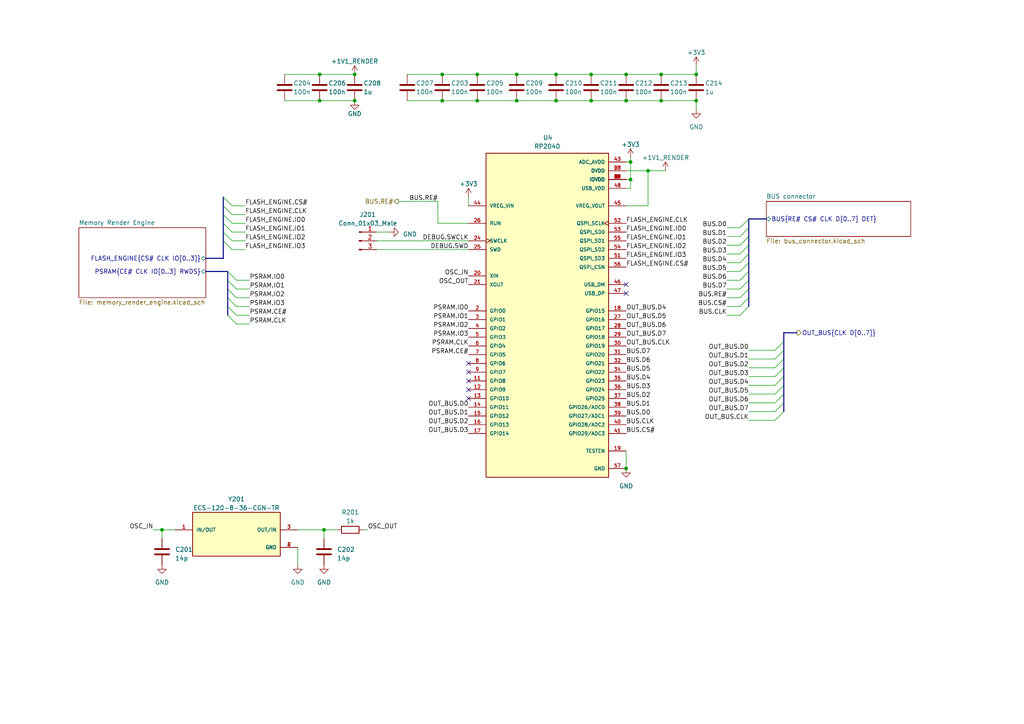
<source format=kicad_sch>
(kicad_sch (version 20221206) (generator eeschema)
  (paper "A4")
  (lib_symbols
    (symbol "Connector:Conn_01x03_Male" (pin_names (offset 1.016) hide)
      (property "Reference" "J" (at 0 5.08 0))
      (property "Value" "Conn_01x03_Male" (at 0 -5.08 0))
      (symbol "Conn_01x03_Male_1_1"
        (polyline (pts (xy 1.27 -2.54) (xy 0.8636 -2.54)) (stroke (width 0.1524)))
        (polyline (pts (xy 1.27 0) (xy 0.8636 0)) (stroke (width 0.1524)))
        (polyline (pts (xy 1.27 2.54) (xy 0.8636 2.54)) (stroke (width 0.1524)))
        (rectangle (start 0.8636 -2.413) (end 0 -2.667) (stroke (width 0.1524)) (fill (type outline)))
        (rectangle (start 0.8636 0.127) (end 0 -0.127) (stroke (width 0.1524)) (fill (type outline)))
        (rectangle (start 0.8636 2.667) (end 0 2.413) (stroke (width 0.1524)) (fill (type outline)))
        (pin passive line (at 5.08 2.54 180) (length 3.81) (name "Pin_1") (number "1"))
        (pin passive line (at 5.08 0 180) (length 3.81) (name "Pin_2") (number "2"))
        (pin passive line (at 5.08 -2.54 180) (length 3.81) (name "Pin_3") (number "3"))
      )
    )
    (symbol "Device:C" (pin_numbers hide) (pin_names (offset 0.254))
      (property "Reference" "C" (at 0.635 2.54 0))
      (property "Value" "C" (at 0.635 -2.54 0))
      (symbol "C_0_1"
        (polyline (pts (xy -2.032 -0.762) (xy 2.032 -0.762)) (stroke (width 0.508)))
        (polyline (pts (xy -2.032 0.762) (xy 2.032 0.762)) (stroke (width 0.508)))
      )
      (symbol "C_1_1"
        (pin passive line (at 0 3.81 270) (length 2.794) (name "~") (number "1"))
        (pin passive line (at 0 -3.81 90) (length 2.794) (name "~") (number "2"))
      )
    )
    (symbol "Device:R" (pin_numbers hide) (pin_names (offset 0))
      (property "Reference" "R" (at 2.032 0 90))
      (property "Value" "R" (at 0 0 90))
      (symbol "R_0_1"
        (rectangle (start -1.016 -2.54) (end 1.016 2.54) (stroke (width 0.254)))
      )
      (symbol "R_1_1"
        (pin passive line (at 0 3.81 270) (length 1.27) (name "~") (number "1"))
        (pin passive line (at 0 -3.81 90) (length 1.27) (name "~") (number "2"))
      )
    )
    (symbol "ECS-120-8-36-CGN-TR:ECS-120-8-36-CGN-TR" (pin_names (offset 1.016))
      (property "Reference" "Y" (at -12.7254 7.6454 0))
      (property "Value" "ECS-120-8-36-CGN-TR" (at -12.7 -7.62 0))
      (symbol "ECS-120-8-36-CGN-TR_0_0"
        (rectangle (start -12.7 -5.08) (end 12.7 7.62) (stroke (width 0.254)) (fill (type background)))
        (pin bidirectional line (at -17.78 2.54 0) (length 5.08) (name "IN/OUT") (number "1"))
        (pin power_in line (at 17.78 -2.54 180) (length 5.08) (name "GND") (number "2"))
        (pin bidirectional line (at 17.78 2.54 180) (length 5.08) (name "OUT/IN") (number "3"))
        (pin power_in line (at 17.78 -2.54 180) (length 5.08) (name "GND") (number "4"))
      )
    )
    (symbol "RP2040:RP2040" (pin_names (offset 1.016))
      (property "Reference" "U" (at -1.27 52.07 0))
      (property "Value" "RP2040" (at -3.81 49.53 0))
      (symbol "RP2040_0_0"
        (rectangle (start -17.78 -45.72) (end 17.78 48.26) (stroke (width 0.254)) (fill (type background)))
        (pin power_in line (at 22.86 40.64 180) (length 5.08) (name "IOVDD") (number "1"))
        (pin power_in line (at 22.86 40.64 180) (length 5.08) (name "IOVDD") (number "10"))
        (pin bidirectional line (at -22.86 -17.78 0) (length 5.08) (name "GPIO8") (number "11"))
        (pin bidirectional line (at -22.86 -20.32 0) (length 5.08) (name "GPIO9") (number "12"))
        (pin bidirectional line (at -22.86 -22.86 0) (length 5.08) (name "GPIO10") (number "13"))
        (pin bidirectional line (at -22.86 -25.4 0) (length 5.08) (name "GPIO11") (number "14"))
        (pin bidirectional line (at -22.86 -27.94 0) (length 5.08) (name "GPIO12") (number "15"))
        (pin bidirectional line (at -22.86 -30.48 0) (length 5.08) (name "GPIO13") (number "16"))
        (pin bidirectional line (at -22.86 -33.02 0) (length 5.08) (name "GPIO14") (number "17"))
        (pin bidirectional line (at 22.86 2.54 180) (length 5.08) (name "GPIO15") (number "18"))
        (pin passive line (at 22.86 -38.1 180) (length 5.08) (name "TESTEN") (number "19"))
        (pin bidirectional line (at -22.86 2.54 0) (length 5.08) (name "GPIO0") (number "2"))
        (pin input line (at -22.86 12.7 0) (length 5.08) (name "XIN") (number "20"))
        (pin output line (at -22.86 10.16 0) (length 5.08) (name "XOUT") (number "21"))
        (pin power_in line (at 22.86 40.64 180) (length 5.08) (name "IOVDD") (number "22"))
        (pin power_in line (at 22.86 43.18 180) (length 5.08) (name "DVDD") (number "23"))
        (pin input clock (at -22.86 22.86 0) (length 5.08) (name "SWCLK") (number "24"))
        (pin bidirectional line (at -22.86 20.32 0) (length 5.08) (name "SWD") (number "25"))
        (pin input line (at -22.86 27.94 0) (length 5.08) (name "RUN") (number "26"))
        (pin bidirectional line (at 22.86 0 180) (length 5.08) (name "GPIO16") (number "27"))
        (pin bidirectional line (at 22.86 -2.54 180) (length 5.08) (name "GPIO17") (number "28"))
        (pin bidirectional line (at 22.86 -5.08 180) (length 5.08) (name "GPIO18") (number "29"))
        (pin bidirectional line (at -22.86 0 0) (length 5.08) (name "GPIO1") (number "3"))
        (pin bidirectional line (at 22.86 -7.62 180) (length 5.08) (name "GPIO19") (number "30"))
        (pin bidirectional line (at 22.86 -10.16 180) (length 5.08) (name "GPIO20") (number "31"))
        (pin bidirectional line (at 22.86 -12.7 180) (length 5.08) (name "GPIO21") (number "32"))
        (pin power_in line (at 22.86 40.64 180) (length 5.08) (name "IOVDD") (number "33"))
        (pin bidirectional line (at 22.86 -15.24 180) (length 5.08) (name "GPIO22") (number "34"))
        (pin bidirectional line (at 22.86 -17.78 180) (length 5.08) (name "GPIO23") (number "35"))
        (pin bidirectional line (at 22.86 -20.32 180) (length 5.08) (name "GPIO24") (number "36"))
        (pin bidirectional line (at 22.86 -22.86 180) (length 5.08) (name "GPIO25") (number "37"))
        (pin bidirectional line (at 22.86 -25.4 180) (length 5.08) (name "GPIO26/ADC0") (number "38"))
        (pin bidirectional line (at 22.86 -27.94 180) (length 5.08) (name "GPIO27/ADC1") (number "39"))
        (pin bidirectional line (at -22.86 -2.54 0) (length 5.08) (name "GPIO2") (number "4"))
        (pin bidirectional line (at 22.86 -30.48 180) (length 5.08) (name "GPIO28/ADC2") (number "40"))
        (pin bidirectional line (at 22.86 -33.02 180) (length 5.08) (name "GPIO29/ADC3") (number "41"))
        (pin power_in line (at 22.86 40.64 180) (length 5.08) (name "IOVDD") (number "42"))
        (pin power_in line (at 22.86 45.72 180) (length 5.08) (name "ADC_AVDD") (number "43"))
        (pin input line (at -22.86 33.02 0) (length 5.08) (name "VREG_VIN") (number "44"))
        (pin power_out line (at 22.86 33.02 180) (length 5.08) (name "VREG_VOUT") (number "45"))
        (pin bidirectional line (at 22.86 10.16 180) (length 5.08) (name "USB_DM") (number "46"))
        (pin bidirectional line (at 22.86 7.62 180) (length 5.08) (name "USB_DP") (number "47"))
        (pin power_in line (at 22.86 38.1 180) (length 5.08) (name "USB_VDD") (number "48"))
        (pin power_in line (at 22.86 40.64 180) (length 5.08) (name "IOVDD") (number "49"))
        (pin bidirectional line (at -22.86 -5.08 0) (length 5.08) (name "GPIO3") (number "5"))
        (pin power_in line (at 22.86 43.18 180) (length 5.08) (name "DVDD") (number "50"))
        (pin bidirectional line (at 22.86 17.78 180) (length 5.08) (name "QSPI_SD3") (number "51"))
        (pin bidirectional clock (at 22.86 27.94 180) (length 5.08) (name "QSPI_SCLK") (number "52"))
        (pin bidirectional line (at 22.86 25.4 180) (length 5.08) (name "QSPI_SD0") (number "53"))
        (pin bidirectional line (at 22.86 20.32 180) (length 5.08) (name "QSPI_SD2") (number "54"))
        (pin bidirectional line (at 22.86 22.86 180) (length 5.08) (name "QSPI_SD1") (number "55"))
        (pin bidirectional line (at 22.86 15.24 180) (length 5.08) (name "QSPI_CSN") (number "56"))
        (pin power_in line (at 22.86 -43.18 180) (length 5.08) (name "GND") (number "57"))
        (pin bidirectional line (at -22.86 -7.62 0) (length 5.08) (name "GPIO4") (number "6"))
        (pin bidirectional line (at -22.86 -10.16 0) (length 5.08) (name "GPIO5") (number "7"))
        (pin bidirectional line (at -22.86 -12.7 0) (length 5.08) (name "GPIO6") (number "8"))
        (pin bidirectional line (at -22.86 -15.24 0) (length 5.08) (name "GPIO7") (number "9"))
      )
    )
    (symbol "power:+3V3" (power) (pin_names (offset 0))
      (property "Value" "+3V3" (at 0 3.556 0))
      (symbol "+3V3_0_1"
        (polyline (pts (xy -0.762 1.27) (xy 0 2.54)))
        (polyline (pts (xy 0 0) (xy 0 2.54)))
        (polyline (pts (xy 0 2.54) (xy 0.762 1.27)))
      )
      (symbol "+3V3_1_1"
        (pin power_in line (at 0 0 90) (length 0) hide (name "+3V3") (number "1"))
      )
    )
    (symbol "power:GND" (power) (pin_names (offset 0))
      (property "Value" "GND" (at 0 -3.81 0))
      (symbol "GND_0_1"
        (polyline (pts (xy 0 0) (xy 0 -1.27) (xy 1.27 -1.27) (xy 0 -2.54) (xy -1.27 -1.27) (xy 0 -1.27)))
      )
      (symbol "GND_1_1"
        (pin power_in line (at 0 0 270) (length 0) hide (name "GND") (number "1"))
      )
    )
    (symbol "project_power:+1V1_RENDER" (power) (pin_names (offset 0))
      (property "Value" "+1V1_RENDER" (at 0 3.556 0))
      (symbol "+1V1_RENDER_0_1"
        (polyline (pts (xy -0.762 1.27) (xy 0 2.54)))
        (polyline (pts (xy 0 0) (xy 0 2.54)))
        (polyline (pts (xy 0 2.54) (xy 0.762 1.27)))
      )
      (symbol "+1V1_RENDER_1_1"
        (pin power_in line (at 0 0 90) (length 0) hide (name "+1V1_RENDER") (number "1"))
      )
    )
  )
  (junction (at 92.71 29.21))
  (junction (at 46.99 153.67))
  (junction (at 161.29 29.21))
  (junction (at 93.98 153.67))
  (junction (at 149.86 21.59))
  (junction (at 161.29 21.59))
  (junction (at 138.43 21.59))
  (junction (at 171.45 21.59))
  (junction (at 171.45 29.21))
  (junction (at 187.96 49.53))
  (junction (at 128.27 21.59))
  (junction (at 138.43 29.21))
  (junction (at 181.61 29.21))
  (junction (at 149.86 29.21))
  (junction (at 182.88 52.07))
  (junction (at 181.61 135.89))
  (junction (at 201.93 29.21))
  (junction (at 182.88 46.99))
  (junction (at 181.61 21.59))
  (junction (at 128.27 29.21))
  (junction (at 102.87 21.59))
  (junction (at 201.93 21.59))
  (junction (at 102.87 29.21))
  (junction (at 191.77 21.59))
  (junction (at 92.71 21.59))
  (junction (at 191.77 29.21))
  (no_connect (at 135.89 105.41))
  (no_connect (at 181.61 85.09))
  (no_connect (at 181.61 82.55))
  (no_connect (at 135.89 107.95))
  (no_connect (at 135.89 113.03))
  (no_connect (at 135.89 115.57))
  (no_connect (at 135.89 110.49))
  (bus_entry (at 217.17 73.66) (size -2.54 2.54))
  (bus_entry (at 66.04 91.44) (size 2.54 2.54))
  (bus_entry (at 217.17 68.58) (size -2.54 2.54))
  (bus_entry (at 217.17 83.82) (size -2.54 2.54))
  (bus_entry (at 64.77 62.23) (size 2.54 2.54))
  (bus_entry (at 217.17 81.28) (size -2.54 2.54))
  (bus_entry (at 66.04 86.36) (size 2.54 2.54))
  (bus_entry (at 227.33 111.76) (size -2.54 2.54))
  (bus_entry (at 66.04 83.82) (size 2.54 2.54))
  (bus_entry (at 64.77 59.69) (size 2.54 2.54))
  (bus_entry (at 64.77 67.31) (size 2.54 2.54))
  (bus_entry (at 64.77 64.77) (size 2.54 2.54))
  (bus_entry (at 217.17 78.74) (size -2.54 2.54))
  (bus_entry (at 227.33 99.06) (size -2.54 2.54))
  (bus_entry (at 217.17 63.5) (size -2.54 2.54))
  (bus_entry (at 64.77 69.85) (size 2.54 2.54))
  (bus_entry (at 227.33 119.38) (size -2.54 2.54))
  (bus_entry (at 227.33 101.6) (size -2.54 2.54))
  (bus_entry (at 66.04 81.28) (size 2.54 2.54))
  (bus_entry (at 66.04 88.9) (size 2.54 2.54))
  (bus_entry (at 217.17 76.2) (size -2.54 2.54))
  (bus_entry (at 217.17 71.12) (size -2.54 2.54))
  (bus_entry (at 227.33 106.68) (size -2.54 2.54))
  (bus_entry (at 227.33 114.3) (size -2.54 2.54))
  (bus_entry (at 217.17 86.36) (size -2.54 2.54))
  (bus_entry (at 64.77 57.15) (size 2.54 2.54))
  (bus_entry (at 227.33 104.14) (size -2.54 2.54))
  (bus_entry (at 217.17 66.04) (size -2.54 2.54))
  (bus_entry (at 227.33 109.22) (size -2.54 2.54))
  (bus_entry (at 217.17 88.9) (size -2.54 2.54))
  (bus_entry (at 227.33 116.84) (size -2.54 2.54))
  (bus_entry (at 66.04 78.74) (size 2.54 2.54))
  (wire (pts (xy 67.31 69.85) (xy 71.12 69.85)))
  (wire (pts (xy 68.58 81.28) (xy 72.39 81.28)))
  (wire (pts (xy 128.27 29.21) (xy 138.43 29.21)))
  (bus (pts (xy 66.04 78.74) (xy 66.04 81.28)))
  (wire (pts (xy 214.63 73.66) (xy 210.82 73.66)))
  (wire (pts (xy 182.88 46.99) (xy 181.61 46.99)))
  (wire (pts (xy 191.77 21.59) (xy 181.61 21.59)))
  (wire (pts (xy 217.17 114.3) (xy 224.79 114.3)))
  (wire (pts (xy 210.82 83.82) (xy 214.63 83.82)))
  (bus (pts (xy 227.33 104.14) (xy 227.33 106.68)))
  (wire (pts (xy 181.61 130.81) (xy 181.61 135.89)))
  (bus (pts (xy 217.17 86.36) (xy 217.17 88.9)))
  (bus (pts (xy 217.17 83.82) (xy 217.17 86.36)))
  (wire (pts (xy 171.45 21.59) (xy 181.61 21.59)))
  (wire (pts (xy 214.63 71.12) (xy 210.82 71.12)))
  (bus (pts (xy 66.04 88.9) (xy 66.04 91.44)))
  (wire (pts (xy 217.17 119.38) (xy 224.79 119.38)))
  (wire (pts (xy 135.89 64.77) (xy 127 64.77)))
  (bus (pts (xy 227.33 114.3) (xy 227.33 116.84)))
  (wire (pts (xy 182.88 52.07) (xy 182.88 54.61)))
  (wire (pts (xy 68.58 91.44) (xy 72.39 91.44)))
  (wire (pts (xy 210.82 76.2) (xy 214.63 76.2)))
  (bus (pts (xy 66.04 83.82) (xy 66.04 86.36)))
  (wire (pts (xy 67.31 64.77) (xy 71.12 64.77)))
  (wire (pts (xy 201.93 19.05) (xy 201.93 21.59)))
  (wire (pts (xy 82.55 21.59) (xy 92.71 21.59)))
  (wire (pts (xy 46.99 153.67) (xy 50.8 153.67)))
  (wire (pts (xy 93.98 156.21) (xy 93.98 153.67)))
  (wire (pts (xy 182.88 52.07) (xy 182.88 46.99)))
  (wire (pts (xy 105.41 153.67) (xy 106.68 153.67)))
  (bus (pts (xy 64.77 67.31) (xy 64.77 69.85)))
  (bus (pts (xy 66.04 86.36) (xy 66.04 88.9)))
  (wire (pts (xy 138.43 29.21) (xy 149.86 29.21)))
  (wire (pts (xy 210.82 78.74) (xy 214.63 78.74)))
  (wire (pts (xy 214.63 66.04) (xy 210.82 66.04)))
  (bus (pts (xy 217.17 63.5) (xy 217.17 66.04)))
  (wire (pts (xy 67.31 67.31) (xy 71.12 67.31)))
  (wire (pts (xy 214.63 88.9) (xy 210.82 88.9)))
  (wire (pts (xy 217.17 109.22) (xy 224.79 109.22)))
  (bus (pts (xy 64.77 59.69) (xy 64.77 62.23)))
  (bus (pts (xy 64.77 74.93) (xy 64.77 69.85)))
  (wire (pts (xy 109.22 67.31) (xy 113.03 67.31)))
  (wire (pts (xy 149.86 29.21) (xy 161.29 29.21)))
  (bus (pts (xy 217.17 71.12) (xy 217.17 73.66)))
  (wire (pts (xy 115.57 58.42) (xy 127 58.42)))
  (wire (pts (xy 210.82 81.28) (xy 214.63 81.28)))
  (bus (pts (xy 227.33 116.84) (xy 227.33 119.38)))
  (wire (pts (xy 109.22 69.85) (xy 135.89 69.85)))
  (wire (pts (xy 67.31 59.69) (xy 71.12 59.69)))
  (wire (pts (xy 187.96 49.53) (xy 193.04 49.53)))
  (wire (pts (xy 182.88 52.07) (xy 181.61 52.07)))
  (wire (pts (xy 127 64.77) (xy 127 58.42)))
  (bus (pts (xy 64.77 62.23) (xy 64.77 64.77)))
  (wire (pts (xy 182.88 45.72) (xy 182.88 46.99)))
  (wire (pts (xy 217.17 106.68) (xy 224.79 106.68)))
  (bus (pts (xy 227.33 99.06) (xy 227.33 101.6)))
  (wire (pts (xy 181.61 29.21) (xy 191.77 29.21)))
  (wire (pts (xy 82.55 29.21) (xy 92.71 29.21)))
  (wire (pts (xy 217.17 101.6) (xy 224.79 101.6)))
  (bus (pts (xy 227.33 109.22) (xy 227.33 111.76)))
  (wire (pts (xy 161.29 29.21) (xy 171.45 29.21)))
  (bus (pts (xy 217.17 73.66) (xy 217.17 76.2)))
  (wire (pts (xy 217.17 121.92) (xy 224.79 121.92)))
  (wire (pts (xy 161.29 21.59) (xy 171.45 21.59)))
  (wire (pts (xy 201.93 21.59) (xy 191.77 21.59)))
  (bus (pts (xy 217.17 68.58) (xy 217.17 71.12)))
  (wire (pts (xy 182.88 54.61) (xy 181.61 54.61)))
  (bus (pts (xy 66.04 81.28) (xy 66.04 83.82)))
  (bus (pts (xy 222.25 63.5) (xy 217.17 63.5)))
  (bus (pts (xy 217.17 66.04) (xy 217.17 68.58)))
  (bus (pts (xy 231.14 96.52) (xy 227.33 96.52)))
  (wire (pts (xy 92.71 29.21) (xy 102.87 29.21)))
  (wire (pts (xy 135.89 57.15) (xy 135.89 59.69)))
  (bus (pts (xy 59.69 74.93) (xy 64.77 74.93)))
  (wire (pts (xy 44.45 153.67) (xy 46.99 153.67)))
  (wire (pts (xy 68.58 93.98) (xy 72.39 93.98)))
  (bus (pts (xy 227.33 111.76) (xy 227.33 114.3)))
  (bus (pts (xy 217.17 78.74) (xy 217.17 81.28)))
  (wire (pts (xy 46.99 153.67) (xy 46.99 156.21)))
  (wire (pts (xy 214.63 91.44) (xy 210.82 91.44)))
  (wire (pts (xy 68.58 88.9) (xy 72.39 88.9)))
  (wire (pts (xy 181.61 49.53) (xy 187.96 49.53)))
  (wire (pts (xy 214.63 68.58) (xy 210.82 68.58)))
  (wire (pts (xy 92.71 21.59) (xy 102.87 21.59)))
  (wire (pts (xy 128.27 21.59) (xy 138.43 21.59)))
  (wire (pts (xy 68.58 86.36) (xy 72.39 86.36)))
  (bus (pts (xy 64.77 64.77) (xy 64.77 67.31)))
  (wire (pts (xy 149.86 21.59) (xy 161.29 21.59)))
  (wire (pts (xy 217.17 116.84) (xy 224.79 116.84)))
  (wire (pts (xy 187.96 49.53) (xy 187.96 59.69)))
  (bus (pts (xy 64.77 57.15) (xy 64.77 59.69)))
  (wire (pts (xy 118.11 29.21) (xy 128.27 29.21)))
  (wire (pts (xy 118.11 21.59) (xy 128.27 21.59)))
  (wire (pts (xy 93.98 153.67) (xy 86.36 153.67)))
  (wire (pts (xy 86.36 158.75) (xy 86.36 163.83)))
  (wire (pts (xy 67.31 62.23) (xy 71.12 62.23)))
  (wire (pts (xy 138.43 21.59) (xy 149.86 21.59)))
  (bus (pts (xy 227.33 96.52) (xy 227.33 99.06)))
  (wire (pts (xy 93.98 153.67) (xy 97.79 153.67)))
  (wire (pts (xy 191.77 29.21) (xy 201.93 29.21)))
  (wire (pts (xy 109.22 72.39) (xy 135.89 72.39)))
  (bus (pts (xy 227.33 101.6) (xy 227.33 104.14)))
  (wire (pts (xy 171.45 29.21) (xy 181.61 29.21)))
  (wire (pts (xy 67.31 72.39) (xy 71.12 72.39)))
  (bus (pts (xy 217.17 81.28) (xy 217.17 83.82)))
  (bus (pts (xy 227.33 106.68) (xy 227.33 109.22)))
  (wire (pts (xy 201.93 29.21) (xy 201.93 31.75)))
  (wire (pts (xy 214.63 86.36) (xy 210.82 86.36)))
  (bus (pts (xy 59.69 78.74) (xy 66.04 78.74)))
  (wire (pts (xy 68.58 83.82) (xy 72.39 83.82)))
  (wire (pts (xy 187.96 59.69) (xy 181.61 59.69)))
  (wire (pts (xy 217.17 104.14) (xy 224.79 104.14)))
  (wire (pts (xy 217.17 111.76) (xy 224.79 111.76)))
  (bus (pts (xy 217.17 76.2) (xy 217.17 78.74)))
  (label "OUT_BUS.D3" (at 217.17 109.22 180))
  (label "OUT_BUS.D5" (at 217.17 114.3 180))
  (label "BUS.D3" (at 181.61 113.03 0))
  (label "BUS.D6" (at 210.82 81.28 180))
  (label "OUT_BUS.CLK" (at 181.61 100.33 0))
  (label "BUS.CLK" (at 210.82 91.44 180))
  (label "OUT_BUS.D7" (at 181.61 97.79 0))
  (label "FLASH_ENGINE.CLK" (at 181.61 64.77 0))
  (label "OUT_BUS.D2" (at 135.89 123.19 180))
  (label "BUS.D2" (at 181.61 115.57 0))
  (label "PSRAM.IO1" (at 135.89 92.71 180))
  (label "OUT_BUS.D4" (at 181.61 90.17 0))
  (label "FLASH_ENGINE.CS#" (at 71.12 59.69 0))
  (label "FLASH_ENGINE.IO0" (at 181.61 67.31 0))
  (label "OUT_BUS.D5" (at 181.61 92.71 0))
  (label "OUT_BUS.D1" (at 217.17 104.14 180))
  (label "BUS.D6" (at 181.61 105.41 0))
  (label "PSRAM.IO3" (at 135.89 97.79 180))
  (label "BUS.D4" (at 210.82 76.2 180))
  (label "OUT_BUS.D3" (at 135.89 125.73 180))
  (label "BUS.D2" (at 210.82 71.12 180))
  (label "PSRAM.IO1" (at 72.39 83.82 0))
  (label "OUT_BUS.D4" (at 217.17 111.76 180))
  (label "OUT_BUS.D0" (at 217.17 101.6 180))
  (label "BUS.RE#" (at 210.82 86.36 180))
  (label "OSC_IN" (at 135.89 80.01 180))
  (label "PSRAM.IO0" (at 135.89 90.17 180))
  (label "PSRAM.CLK" (at 72.39 93.98 0))
  (label "OSC_OUT" (at 106.68 153.67 0))
  (label "BUS.CS#" (at 210.82 88.9 180))
  (label "FLASH_ENGINE.IO0" (at 71.12 64.77 0))
  (label "FLASH_ENGINE.IO1" (at 181.61 69.85 0))
  (label "OUT_BUS.D7" (at 217.17 119.38 180))
  (label "FLASH_ENGINE.IO2" (at 71.12 69.85 0))
  (label "PSRAM.CE#" (at 72.39 91.44 0))
  (label "BUS.CS#" (at 181.61 125.73 0))
  (label "PSRAM.CLK" (at 135.89 100.33 180))
  (label "PSRAM.IO2" (at 72.39 86.36 0))
  (label "FLASH_ENGINE.IO3" (at 181.61 74.93 0))
  (label "BUS.D1" (at 181.61 118.11 0))
  (label "OUT_BUS.D6" (at 217.17 116.84 180))
  (label "FLASH_ENGINE.CLK" (at 71.12 62.23 0))
  (label "PSRAM.IO2" (at 135.89 95.25 180))
  (label "OSC_OUT" (at 135.89 82.55 180))
  (label "BUS.RE#" (at 127 58.42 180))
  (label "DEBUG.SWD" (at 135.89 72.39 0))
  (label "OUT_BUS.D2" (at 217.17 106.68 180))
  (label "BUS.D1" (at 210.82 68.58 180))
  (label "PSRAM.IO3" (at 72.39 88.9 0))
  (label "FLASH_ENGINE.IO3" (at 71.12 72.39 0))
  (label "BUS.D0" (at 181.61 120.65 0))
  (label "PSRAM.IO0" (at 72.39 81.28 0))
  (label "BUS.CLK" (at 181.61 123.19 0))
  (label "FLASH_ENGINE.IO2" (at 181.61 72.39 0))
  (label "FLASH_ENGINE.IO1" (at 71.12 67.31 0))
  (label "BUS.D4" (at 181.61 110.49 0))
  (label "BUS.D7" (at 210.82 83.82 180))
  (label "OUT_BUS.D1" (at 135.89 120.65 180))
  (label "BUS.D7" (at 181.61 102.87 0))
  (label "BUS.D3" (at 210.82 73.66 180))
  (label "DEBUG.SWCLK" (at 135.89 69.85 0))
  (label "OUT_BUS.CLK" (at 217.17 121.92 180))
  (label "OUT_BUS.D0" (at 135.89 118.11 180))
  (label "BUS.D5" (at 210.82 78.74 180))
  (label "BUS.D0" (at 210.82 66.04 180))
  (label "BUS.D5" (at 181.61 107.95 0))
  (label "PSRAM.CE#" (at 135.89 102.87 180))
  (label "OSC_IN" (at 44.45 153.67 180))
  (label "OUT_BUS.D6" (at 181.61 95.25 0))
  (label "FLASH_ENGINE.CS#" (at 181.61 77.47 0))
  (hierarchical_label "BUS.RE#" (shape output) (at 115.57 58.42 180))
  (hierarchical_label "OUT_BUS{CLK D[0..7]}" (shape output) (at 231.14 96.52 0))
  (symbol (lib_id "Device:C") (at 149.86 25.4 0) (unit 1)
    (property "Reference" "C209" (at 152.4 24.13 0) (effects (justify left)))
    (property "Value" "100n" (at 152.4 26.67 0) (effects (justify left)))
    (property "Footprint" "Capacitor_SMD:C_0402_1005Metric_Pad0.74x0.62mm_HandSolder" (effects hide))
    (instances (project "gpu_extension" (path "" (reference "C209") (unit 1)) (path "" (reference "C222") (unit 1))))
  )
  (symbol (lib_id "power:GND") (at 102.87 29.21 0) (unit 1)
    (property "Reference" "#PWR0109" (effects hide))
    (property "Value" "GND" (at 102.87 33.02 0))
    (instances (project "gpu_extension" (path "" (reference "#PWR0109") (unit 1)) (path "" (reference "#PWR0140") (unit 1))))
  )
  (symbol (lib_id "Device:R") (at 101.6 153.67 90) (unit 1)
    (property "Reference" "R201" (at 101.6 148.59 90))
    (property "Value" "1k" (at 101.6 151.13 90))
    (property "Footprint" "Resistor_SMD:R_0402_1005Metric_Pad0.72x0.64mm_HandSolder" (effects hide))
    (instances (project "gpu_extension" (path "" (reference "R201") (unit 1)) (path "" (reference "R202") (unit 1))))
  )
  (symbol (lib_id "power:+3V3") (at 201.93 19.05 0) (unit 1)
    (property "Reference" "#PWR0107" (effects hide))
    (property "Value" "+3V3" (at 201.93 15.24 0))
    (instances (project "gpu_extension" (path "" (reference "#PWR0107") (unit 1)) (path "" (reference "#PWR0146") (unit 1))))
  )
  (symbol (lib_id "Device:C") (at 171.45 25.4 0) (unit 1)
    (property "Reference" "C211" (at 173.99 24.13 0) (effects (justify left)))
    (property "Value" "100n" (at 173.99 26.67 0) (effects (justify left)))
    (property "Footprint" "Capacitor_SMD:C_0402_1005Metric_Pad0.74x0.62mm_HandSolder" (effects hide))
    (instances (project "gpu_extension" (path "" (reference "C211") (unit 1)) (path "" (reference "C225") (unit 1))))
  )
  (symbol (lib_id "Device:C") (at 138.43 25.4 0) (unit 1)
    (property "Reference" "C205" (at 140.97 24.13 0) (effects (justify left)))
    (property "Value" "100n" (at 140.97 26.67 0) (effects (justify left)))
    (property "Footprint" "Capacitor_SMD:C_0402_1005Metric_Pad0.74x0.62mm_HandSolder" (effects hide))
    (instances (project "gpu_extension" (path "" (reference "C205") (unit 1)) (path "" (reference "C221") (unit 1))))
  )
  (symbol (lib_id "RP2040:RP2040") (at 158.75 92.71 0) (unit 1)
    (property "Reference" "U4" (at 157.48 40.64 0) (effects (justify left bottom)))
    (property "Value" "RP2040" (at 154.94 43.18 0) (effects (justify left bottom)))
    (property "Footprint" "footprints:QFN40P700X700X90-57N" (effects hide))
    (property "STANDARD" "IPC 7351B" (effects hide))
    (property "PARTREV" "1.6.1" (effects hide))
    (property "MANUFACTURER" "Raspberry Pi" (effects hide))
    (property "MAXIMUM_PACKAGE_HEIGHT" "0.9 mm" (effects hide))
    (instances (project "gpu_extension" (path "" (reference "U4") (unit 1)) (path "" (reference "U6") (unit 1))))
  )
  (symbol (lib_id "Connector:Conn_01x03_Male") (at 104.14 69.85 0) (unit 1)
    (property "Reference" "J201" (at 106.68 62.23 0))
    (property "Value" "Conn_01x03_Male" (at 106.68 64.77 0))
    (property "Footprint" "Connector_PinHeader_2.54mm:PinHeader_1x03_P2.54mm_Vertical" (effects hide))
    (instances (project "gpu_extension" (path "" (reference "J201") (unit 1)) (path "" (reference "J202") (unit 1))))
  )
  (symbol (lib_id "power:GND") (at 181.61 135.89 0) (unit 1)
    (property "Reference" "#PWR0110" (effects hide))
    (property "Value" "GND" (at 181.61 140.97 0))
    (instances (project "gpu_extension" (path "" (reference "#PWR0110") (unit 1)) (path "" (reference "#PWR0150") (unit 1))))
  )
  (symbol (lib_id "power:GND") (at 86.36 163.83 0) (unit 1)
    (property "Reference" "#PWR0103" (effects hide))
    (property "Value" "GND" (at 86.36 168.91 0))
    (instances (project "gpu_extension" (path "" (reference "#PWR0103") (unit 1)) (path "" (reference "#PWR0143") (unit 1))))
  )
  (symbol (lib_id "power:+3V3") (at 182.88 45.72 0) (unit 1)
    (property "Reference" "#PWR0106" (effects hide))
    (property "Value" "+3V3" (at 182.88 41.91 0))
    (instances (project "gpu_extension" (path "" (reference "#PWR0106") (unit 1)) (path "" (reference "#PWR0147") (unit 1))))
  )
  (symbol (lib_id "power:+3V3") (at 135.89 57.15 0) (unit 1)
    (property "Reference" "#PWR0102" (effects hide))
    (property "Value" "+3V3" (at 135.89 53.34 0))
    (instances (project "gpu_extension" (path "" (reference "#PWR0102") (unit 1)) (path "" (reference "#PWR0137") (unit 1))))
  )
  (symbol (lib_id "Device:C") (at 191.77 25.4 0) (unit 1)
    (property "Reference" "C213" (at 194.31 24.13 0) (effects (justify left)))
    (property "Value" "100n" (at 194.31 26.67 0) (effects (justify left)))
    (property "Footprint" "Capacitor_SMD:C_0402_1005Metric_Pad0.74x0.62mm_HandSolder" (effects hide))
    (instances (project "gpu_extension" (path "" (reference "C213") (unit 1)) (path "" (reference "C227") (unit 1))))
  )
  (symbol (lib_id "Device:C") (at 181.61 25.4 0) (unit 1)
    (property "Reference" "C212" (at 184.15 24.13 0) (effects (justify left)))
    (property "Value" "100n" (at 184.15 26.67 0) (effects (justify left)))
    (property "Footprint" "Capacitor_SMD:C_0402_1005Metric_Pad0.74x0.62mm_HandSolder" (effects hide))
    (instances (project "gpu_extension" (path "" (reference "C212") (unit 1)) (path "" (reference "C226") (unit 1))))
  )
  (symbol (lib_id "ECS-120-8-36-CGN-TR:ECS-120-8-36-CGN-TR") (at 68.58 156.21 0) (unit 1)
    (property "Reference" "Y201" (at 68.58 144.78 0))
    (property "Value" "ECS-120-8-36-CGN-TR" (at 68.58 147.32 0))
    (property "Footprint" "footprints:XTAL_ECS-120-8-36-CGN-TR" (effects hide))
    (property "MP" "ECX-2236" (effects hide))
    (property "STANDARD" "Manufacturer Recommendation" (effects hide))
    (property "AVAILABILITY" "Good" (effects hide))
    (property "PARTREV" "2017" (effects hide))
    (property "DESCRIPTION" "The minature ECX-2236 is a compact SMD Crystal. The industry standard 2.5 x 2.0 x 0.55 mm ceramic package is ideal for today’s SMD manufacturing environment." (effects hide))
    (property "PACKAGE" "SMD-4 ECX" (effects hide))
    (property "MF" "ECS INC" (effects hide))
    (instances (project "gpu_extension" (path "" (reference "Y201") (unit 1)) (path "" (reference "Y202") (unit 1))))
  )
  (symbol (lib_id "power:GND") (at 201.93 31.75 0) (unit 1)
    (property "Reference" "#PWR0108" (effects hide))
    (property "Value" "GND" (at 201.93 36.83 0))
    (instances (project "gpu_extension" (path "" (reference "#PWR0108") (unit 1)) (path "" (reference "#PWR0148") (unit 1))))
  )
  (symbol (lib_id "Device:C") (at 128.27 25.4 0) (unit 1)
    (property "Reference" "C203" (at 130.81 24.13 0) (effects (justify left)))
    (property "Value" "100n" (at 130.81 26.67 0) (effects (justify left)))
    (property "Footprint" "Capacitor_SMD:C_0402_1005Metric_Pad0.74x0.62mm_HandSolder" (effects hide))
    (instances (project "gpu_extension" (path "" (reference "C203") (unit 1)) (path "" (reference "C220") (unit 1))))
  )
  (symbol (lib_id "Device:C") (at 92.71 25.4 0) (unit 1)
    (property "Reference" "C206" (at 95.25 24.13 0) (effects (justify left)))
    (property "Value" "100n" (at 95.25 26.67 0) (effects (justify left)))
    (property "Footprint" "Capacitor_SMD:C_0402_1005Metric_Pad0.74x0.62mm_HandSolder" (effects hide))
    (instances (project "gpu_extension" (path "" (reference "C206") (unit 1)) (path "" (reference "C216") (unit 1))))
  )
  (symbol (lib_id "Device:C") (at 93.98 160.02 0) (unit 1)
    (property "Reference" "C202" (at 97.79 159.385 0) (effects (justify left)))
    (property "Value" "14p" (at 97.79 161.925 0) (effects (justify left)))
    (property "Footprint" "Capacitor_SMD:C_0402_1005Metric_Pad0.74x0.62mm_HandSolder" (effects hide))
    (instances (project "gpu_extension" (path "" (reference "C202") (unit 1)) (path "" (reference "C223") (unit 1))))
  )
  (symbol (lib_id "power:GND") (at 46.99 163.83 0) (unit 1)
    (property "Reference" "#PWR0105" (effects hide))
    (property "Value" "GND" (at 46.99 168.91 0))
    (instances (project "gpu_extension" (path "" (reference "#PWR0105") (unit 1)) (path "" (reference "#PWR0145") (unit 1))))
  )
  (symbol (lib_id "power:GND") (at 113.03 67.31 90) (unit 1)
    (property "Reference" "#PWR0101" (effects hide))
    (property "Value" "GND" (at 116.84 67.945 90) (effects (justify right)))
    (instances (project "gpu_extension" (path "" (reference "#PWR0101") (unit 1)) (path "" (reference "#PWR0138") (unit 1))))
  )
  (symbol (lib_id "Device:C") (at 161.29 25.4 0) (unit 1)
    (property "Reference" "C210" (at 163.83 24.13 0) (effects (justify left)))
    (property "Value" "100n" (at 163.83 26.67 0) (effects (justify left)))
    (property "Footprint" "Capacitor_SMD:C_0402_1005Metric_Pad0.74x0.62mm_HandSolder" (effects hide))
    (instances (project "gpu_extension" (path "" (reference "C210") (unit 1)) (path "" (reference "C224") (unit 1))))
  )
  (symbol (lib_id "power:GND") (at 93.98 163.83 0) (unit 1)
    (property "Reference" "#PWR0104" (effects hide))
    (property "Value" "GND" (at 93.98 168.91 0))
    (instances (project "gpu_extension" (path "" (reference "#PWR0104") (unit 1)) (path "" (reference "#PWR0144") (unit 1))))
  )
  (symbol (lib_id "Device:C") (at 102.87 25.4 0) (unit 1)
    (property "Reference" "C208" (at 105.41 24.13 0) (effects (justify left)))
    (property "Value" "1u" (at 105.41 26.67 0) (effects (justify left)))
    (property "Footprint" "Capacitor_SMD:C_0402_1005Metric_Pad0.74x0.62mm_HandSolder" (effects hide))
    (instances (project "gpu_extension" (path "" (reference "C208") (unit 1)) (path "" (reference "C217") (unit 1))))
  )
  (symbol (lib_id "Device:C") (at 82.55 25.4 0) (unit 1)
    (property "Reference" "C204" (at 85.09 24.13 0) (effects (justify left)))
    (property "Value" "100n" (at 85.09 26.67 0) (effects (justify left)))
    (property "Footprint" "Capacitor_SMD:C_0402_1005Metric_Pad0.74x0.62mm_HandSolder" (effects hide))
    (instances (project "gpu_extension" (path "" (reference "C204") (unit 1)) (path "" (reference "C215") (unit 1))))
  )
  (symbol (lib_id "project_power:+1V1_RENDER") (at 193.04 49.53 0) (unit 1)
    (property "Reference" "#PWR0155" (effects hide))
    (property "Value" "+1V1_RENDER" (at 193.04 45.72 0))
  )
  (symbol (lib_id "project_power:+1V1_RENDER") (at 102.87 21.59 0) (unit 1)
    (property "Reference" "#PWR0149" (effects hide))
    (property "Value" "+1V1_RENDER" (at 102.87 17.78 0))
  )
  (symbol (lib_id "Device:C") (at 118.11 25.4 0) (unit 1)
    (property "Reference" "C207" (at 120.65 24.13 0) (effects (justify left)))
    (property "Value" "100n" (at 120.65 26.67 0) (effects (justify left)))
    (property "Footprint" "Capacitor_SMD:C_0402_1005Metric_Pad0.74x0.62mm_HandSolder" (effects hide))
    (instances (project "gpu_extension" (path "" (reference "C207") (unit 1)) (path "" (reference "C219") (unit 1))))
  )
  (symbol (lib_id "Device:C") (at 201.93 25.4 0) (unit 1)
    (property "Reference" "C214" (at 204.47 24.13 0) (effects (justify left)))
    (property "Value" "1u" (at 204.47 26.67 0) (effects (justify left)))
    (property "Footprint" "Capacitor_SMD:C_0402_1005Metric_Pad0.74x0.62mm_HandSolder" (effects hide))
    (instances (project "gpu_extension" (path "" (reference "C214") (unit 1)) (path "" (reference "C228") (unit 1))))
  )
  (symbol (lib_id "Device:C") (at 46.99 160.02 0) (unit 1)
    (property "Reference" "C201" (at 50.8 159.385 0) (effects (justify left)))
    (property "Value" "14p" (at 50.8 161.925 0) (effects (justify left)))
    (property "Footprint" "Capacitor_SMD:C_0402_1005Metric_Pad0.74x0.62mm_HandSolder" (effects hide))
    (instances (project "gpu_extension" (path "" (reference "C201") (unit 1)) (path "" (reference "C218") (unit 1))))
  )
  (sheet (at 22.86 66.04) (size 36.83 20.32) (stroke (width 0.1524))
    (property "Sheetname" "Memory Render Engine" (at 22.86 65.3284 0) (effects (justify left bottom)))
    (property "Sheetfile" "memory_render_engine.kicad_sch" (at 22.86 86.9446 0) (effects (justify left top)))
    (pin "PSRAM{CE# CLK IO[0..3] RWDS}" bidirectional (at 59.69 78.74 0))
    (pin "FLASH_ENGINE{CS# CLK IO[0..3]}" bidirectional (at 59.69 74.93 0))
  )
  (sheet (at 222.25 58.42) (size 41.91 10.16) (stroke (width 0.1524))
    (property "Sheetname" "BUS connector" (at 222.25 57.7084 0) (effects (justify left bottom)))
    (property "Sheetfile" "bus_connector.kicad_sch" (at 222.25 69.1646 0) (effects (justify left top)))
    (pin "BUS{RE# CS# CLK D[0..7] DET}" bidirectional (at 222.25 63.5 180))
  )
)
</source>
